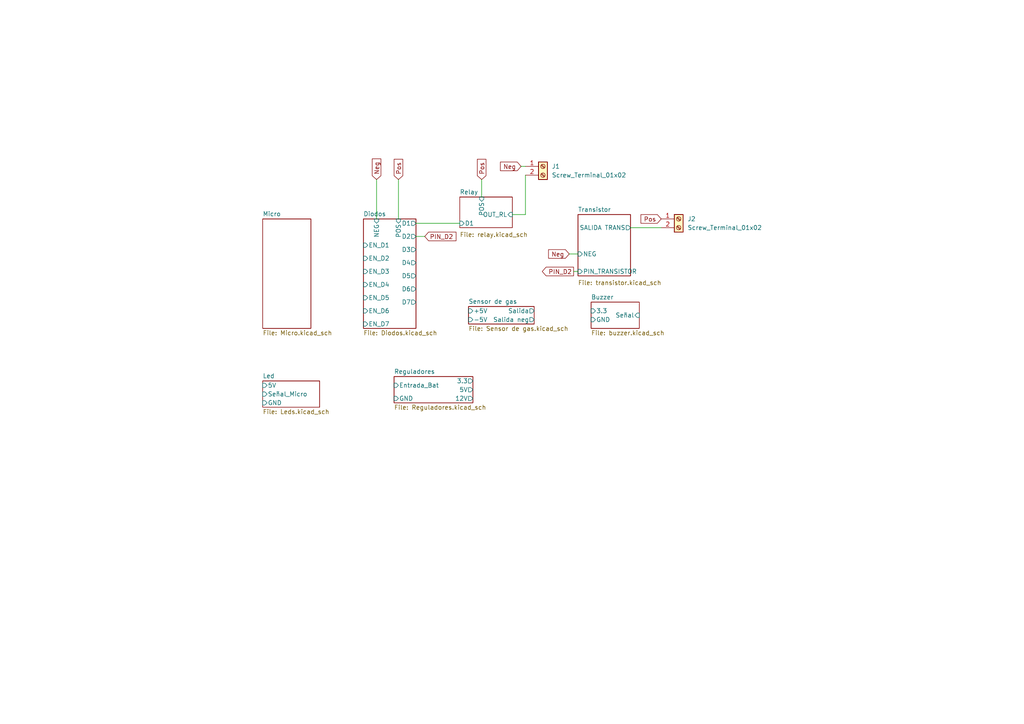
<source format=kicad_sch>
(kicad_sch (version 20230121) (generator eeschema)
  (paper "A4")
  (lib_symbols
    (symbol "Connector:Screw_Terminal_01x02" (pin_names (offset 1.016) hide)
      (property "Reference" "J" (at 0 2.54 0))
      (property "Value" "Screw_Terminal_01x02" (at 0 -5.08 0))
      (symbol "Screw_Terminal_01x02_1_1"
        (rectangle (start -1.27 1.27) (end 1.27 -3.81) (stroke (width 0.254)) (fill (type background)))
        (circle (center 0 -2.54) (radius 0.635) (stroke (width 0.1524)))
        (polyline (pts (xy -0.5334 -2.2098) (xy 0.3302 -3.048)) (stroke (width 0.1524)))
        (polyline (pts (xy -0.5334 0.3302) (xy 0.3302 -0.508)) (stroke (width 0.1524)))
        (polyline (pts (xy -0.3556 -2.032) (xy 0.508 -2.8702)) (stroke (width 0.1524)))
        (polyline (pts (xy -0.3556 0.508) (xy 0.508 -0.3302)) (stroke (width 0.1524)))
        (circle (center 0 0) (radius 0.635) (stroke (width 0.1524)))
        (pin passive line (at -5.08 0 0) (length 3.81) (name "Pin_1") (number "1"))
        (pin passive line (at -5.08 -2.54 0) (length 3.81) (name "Pin_2") (number "2"))
      )
    )
  )
  (wire (pts (xy 120.65 64.77) (xy 133.35 64.77)))
  (wire (pts (xy 165.1 73.66) (xy 167.64 73.66)))
  (wire (pts (xy 166.37 78.74) (xy 167.64 78.74)))
  (wire (pts (xy 152.4 62.23) (xy 148.59 62.23)))
  (wire (pts (xy 120.65 68.58) (xy 123.19 68.58)))
  (wire (pts (xy 182.88 66.04) (xy 191.77 66.04)))
  (wire (pts (xy 139.7 52.07) (xy 139.7 57.15)))
  (wire (pts (xy 151.13 48.26) (xy 152.4 48.26)))
  (wire (pts (xy 152.4 50.8) (xy 152.4 62.23)))
  (wire (pts (xy 109.22 52.07) (xy 109.22 63.5)))
  (wire (pts (xy 115.57 52.07) (xy 115.57 63.5)))
  (global_label "Pos" (shape input) (at 139.7 52.07 90) (property "Intersheetrefs" "${INTERSHEET_REFS}" (effects hide)))
  (global_label "Neg" (shape input) (at 165.1 73.66 180) (property "Intersheetrefs" "${INTERSHEET_REFS}" (effects hide)))
  (global_label "Pos" (shape input) (at 115.57 52.07 90) (property "Intersheetrefs" "${INTERSHEET_REFS}" (effects hide)))
  (global_label "PIN_D2" (shape input) (at 123.19 68.58 0) (property "Intersheetrefs" "${INTERSHEET_REFS}" (effects hide)))
  (global_label "Pos" (shape input) (at 191.77 63.5 180) (property "Intersheetrefs" "${INTERSHEET_REFS}" (effects hide)))
  (global_label "Neg" (shape input) (at 109.22 52.07 90) (property "Intersheetrefs" "${INTERSHEET_REFS}" (effects hide)))
  (global_label "PIN_D2" (shape output) (at 166.37 78.74 180) (property "Intersheetrefs" "${INTERSHEET_REFS}" (effects hide)))
  (global_label "Neg" (shape input) (at 151.13 48.26 180) (property "Intersheetrefs" "${INTERSHEET_REFS}" (effects hide)))
  (symbol (lib_id "Connector:Screw_Terminal_01x02") (at 196.85 63.5 0) (unit 1)
    (property "Reference" "J2" (at 199.39 63.4999 0) (effects (justify left)))
    (property "Value" "Screw_Terminal_01x02" (at 199.39 66.0399 0) (effects (justify left)))
  )
  (symbol (lib_id "Connector:Screw_Terminal_01x02") (at 157.48 48.26 0) (unit 1)
    (property "Reference" "J1" (at 160.02 48.2599 0) (effects (justify left)))
    (property "Value" "Screw_Terminal_01x02" (at 160.02 50.7999 0) (effects (justify left)))
    (property "Footprint" "TerminalBlock_MetzConnect:TerminalBlock_MetzConnect_Type055_RT01502HDWU_1x02_P5.00mm_Horizontal" (effects hide))
  )
  (sheet (at 167.64 62.23) (size 15.24 17.78) (stroke (width 0.1524))
    (property "Sheetname" "Transistor" (at 167.64 61.5184 0) (effects (justify left bottom)))
    (property "Sheetfile" "transistor.kicad_sch" (at 167.64 81.28 0) (effects (justify left top)))
    (pin "NEG" input (at 167.64 73.66 180))
    (pin "SALIDA TRANS" output (at 182.88 66.04 0))
    (pin "PIN_TRANSISTOR" input (at 167.64 78.74 180))
  )
  (sheet (at 76.2 63.5) (size 13.97 31.75) (stroke (width 0.1524))
    (property "Sheetname" "Micro" (at 76.2 62.7884 0) (effects (justify left bottom)))
    (property "Sheetfile" "Micro.kicad_sch" (at 76.2 95.8346 0) (effects (justify left top)))
  )
  (sheet (at 133.35 57.15) (size 15.24 8.89) (stroke (width 0.1524))
    (property "Sheetname" "Relay" (at 133.35 56.4384 0) (effects (justify left bottom)))
    (property "Sheetfile" "relay.kicad_sch" (at 133.35 67.31 0) (effects (justify left top)))
    (pin "POS" input (at 139.7 57.15 90))
    (pin "D1" input (at 133.35 64.77 180))
    (pin "OUT_RL" input (at 148.59 62.23 0))
  )
  (sheet (at 105.41 63.5) (size 15.24 31.75) (stroke (width 0.1524))
    (property "Sheetname" "Diodos" (at 105.41 62.7884 0) (effects (justify left bottom)))
    (property "Sheetfile" "Diodos.kicad_sch" (at 105.41 95.8346 0) (effects (justify left top)))
    (pin "D2" output (at 120.65 68.58 0))
    (pin "D1" output (at 120.65 64.77 0))
    (pin "POS" input (at 115.57 63.5 90))
    (pin "EN_D4" input (at 105.41 82.55 180))
    (pin "EN_D5" input (at 105.41 86.36 180))
    (pin "EN_D3" input (at 105.41 78.74 180))
    (pin "EN_D2" input (at 105.41 74.93 180))
    (pin "EN_D1" input (at 105.41 71.12 180))
    (pin "NEG" input (at 109.22 63.5 90))
    (pin "EN_D6" input (at 105.41 90.17 180))
    (pin "EN_D7" input (at 105.41 93.98 180))
    (pin "D3" output (at 120.65 72.39 0))
    (pin "D4" output (at 120.65 76.2 0))
    (pin "D5" output (at 120.65 80.01 0))
    (pin "D6" output (at 120.65 83.82 0))
    (pin "D7" output (at 120.65 87.63 0))
  )
  (sheet (at 114.3 109.22) (size 22.86 7.62) (stroke (width 0.1524))
    (property "Sheetname" "Reguladores" (at 114.3 108.5084 0) (effects (justify left bottom)))
    (property "Sheetfile" "Reguladores.kicad_sch" (at 114.3 117.4246 0) (effects (justify left top)))
    (pin "GND" input (at 114.3 115.57 180))
    (pin "Entrada_Bat" input (at 114.3 111.76 180))
    (pin "5V" output (at 137.16 113.03 0))
    (pin "12V" output (at 137.16 115.57 0))
    (pin "3.3" output (at 137.16 110.49 0))
  )
  (sheet (at 135.89 88.9) (size 19.05 5.08) (stroke (width 0.1524))
    (property "Sheetname" "Sensor de gas" (at 135.89 88.1884 0) (effects (justify left bottom)))
    (property "Sheetfile" "Sensor de gas.kicad_sch" (at 135.89 94.5646 0) (effects (justify left top)))
    (pin "Salida" output (at 154.94 90.17 0))
    (pin "Salida neg" output (at 154.94 92.71 0))
    (pin "-5V" input (at 135.89 92.71 180))
    (pin "+5V" input (at 135.89 90.17 180))
  )
  (sheet (at 76.2 110.49) (size 16.51 7.62) (stroke (width 0.1524))
    (property "Sheetname" "Led" (at 76.2 109.7784 0) (effects (justify left bottom)))
    (property "Sheetfile" "Leds.kicad_sch" (at 76.2 118.6946 0) (effects (justify left top)))
    (pin "5V" input (at 76.2 111.76 180))
    (pin "Señal_Micro" input (at 76.2 114.3 180))
    (pin "GND" input (at 76.2 116.84 180))
  )
  (sheet (at 171.45 87.63) (size 13.97 7.62) (stroke (width 0.1524))
    (property "Sheetname" "Buzzer" (at 171.45 86.9184 0) (effects (justify left bottom)))
    (property "Sheetfile" "buzzer.kicad_sch" (at 171.45 95.8346 0) (effects (justify left top)))
    (pin "GND" input (at 171.45 92.71 180))
    (pin "Señal" input (at 185.42 91.44 0))
    (pin "3.3" input (at 171.45 90.17 180))
  )
)
</source>
